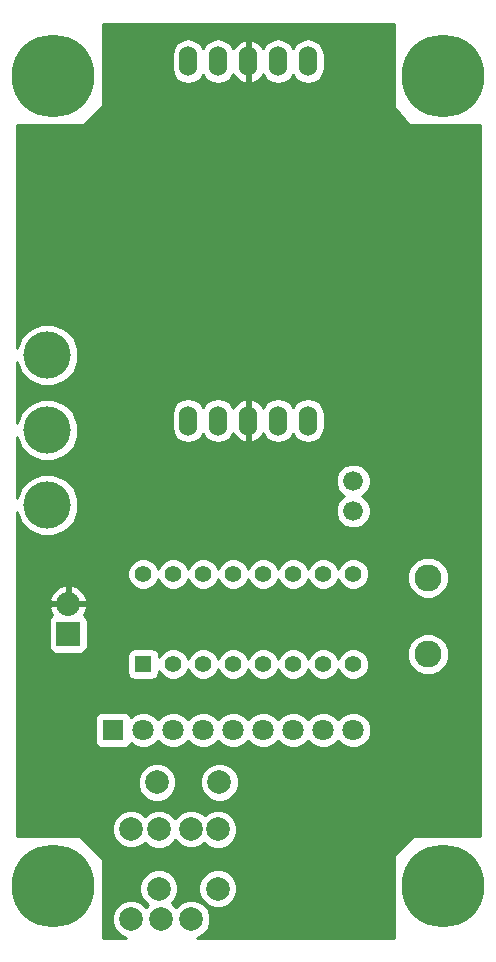
<source format=gbl>
G04 #@! TF.FileFunction,Copper,L2,Bot,Signal*
%FSLAX46Y46*%
G04 Gerber Fmt 4.6, Leading zero omitted, Abs format (unit mm)*
G04 Created by KiCad (PCBNEW 4.0.7-e2-6376~58~ubuntu16.04.1) date Tue Oct  3 14:54:01 2017*
%MOMM*%
%LPD*%
G01*
G04 APERTURE LIST*
%ADD10C,0.050800*%
%ADD11C,2.000000*%
%ADD12O,1.524000X2.540000*%
%ADD13C,7.000000*%
%ADD14R,1.397000X1.397000*%
%ADD15C,1.397000*%
%ADD16R,2.032000X2.032000*%
%ADD17O,2.032000X2.032000*%
%ADD18R,1.800000X1.800000*%
%ADD19C,1.800000*%
%ADD20C,1.676400*%
%ADD21C,4.000000*%
%ADD22C,2.286000*%
%ADD23C,0.254000*%
G04 APERTURE END LIST*
D10*
D11*
X93870000Y-141074000D03*
X99170000Y-141074000D03*
D12*
X96520000Y-110451900D03*
X99060000Y-110451900D03*
X101600000Y-110451900D03*
X104140000Y-110451900D03*
X106680000Y-110451900D03*
X106680000Y-80048100D03*
X104140000Y-80048100D03*
X101600000Y-80048100D03*
X99060000Y-80048100D03*
X96520000Y-80048100D03*
D13*
X118110000Y-81280000D03*
X85090000Y-81280000D03*
X118110000Y-149860000D03*
X85090000Y-149860000D03*
D14*
X92710000Y-131064000D03*
D15*
X95250000Y-131064000D03*
X97790000Y-131064000D03*
X100330000Y-131064000D03*
X102870000Y-131064000D03*
X105410000Y-131064000D03*
X107950000Y-131064000D03*
X110490000Y-131064000D03*
X110490000Y-123444000D03*
X107950000Y-123444000D03*
X105410000Y-123444000D03*
X102870000Y-123444000D03*
X100330000Y-123444000D03*
X97790000Y-123444000D03*
X95250000Y-123444000D03*
X92710000Y-123444000D03*
D16*
X86360000Y-128524000D03*
D17*
X86360000Y-125984000D03*
D18*
X90170000Y-136652000D03*
D19*
X92710000Y-136652000D03*
X95250000Y-136652000D03*
X97790000Y-136652000D03*
X100330000Y-136652000D03*
X102870000Y-136652000D03*
X105410000Y-136652000D03*
X107950000Y-136652000D03*
X110490000Y-136652000D03*
D11*
X94020000Y-150074000D03*
X94020000Y-145074000D03*
X99020000Y-150074000D03*
X99020000Y-145074000D03*
X91694000Y-145034000D03*
X96774000Y-145034000D03*
X96774000Y-152654000D03*
X94234000Y-152654000D03*
X91694000Y-152654000D03*
D20*
X110490000Y-118110000D03*
X110490000Y-115570000D03*
D21*
X84582000Y-111252000D03*
X84582000Y-104902000D03*
X84582000Y-117602000D03*
D22*
X116840000Y-123748800D03*
X116840000Y-130251200D03*
D23*
G36*
X113919000Y-83820000D02*
X113924491Y-83856940D01*
X113948436Y-83901303D01*
X115218436Y-85425303D01*
X115266590Y-85460994D01*
X115316000Y-85471000D01*
X121210000Y-85471000D01*
X121210000Y-145669000D01*
X115570000Y-145669000D01*
X115522211Y-145678334D01*
X115480197Y-145706197D01*
X113956197Y-147230197D01*
X113929006Y-147270590D01*
X113919000Y-147320000D01*
X113919000Y-154230000D01*
X97241273Y-154230000D01*
X97698943Y-154040894D01*
X98159278Y-153581363D01*
X98408716Y-152980648D01*
X98409284Y-152330205D01*
X98160894Y-151729057D01*
X97701363Y-151268722D01*
X97100648Y-151019284D01*
X96450205Y-151018716D01*
X95849057Y-151267106D01*
X95503801Y-151611759D01*
X95161363Y-151268722D01*
X95144476Y-151261710D01*
X95405278Y-151001363D01*
X95654716Y-150400648D01*
X95654718Y-150397795D01*
X97384716Y-150397795D01*
X97633106Y-150998943D01*
X98092637Y-151459278D01*
X98693352Y-151708716D01*
X99343795Y-151709284D01*
X99944943Y-151460894D01*
X100405278Y-151001363D01*
X100654716Y-150400648D01*
X100655284Y-149750205D01*
X100406894Y-149149057D01*
X99947363Y-148688722D01*
X99346648Y-148439284D01*
X98696205Y-148438716D01*
X98095057Y-148687106D01*
X97634722Y-149146637D01*
X97385284Y-149747352D01*
X97384716Y-150397795D01*
X95654718Y-150397795D01*
X95655284Y-149750205D01*
X95406894Y-149149057D01*
X94947363Y-148688722D01*
X94346648Y-148439284D01*
X93696205Y-148438716D01*
X93095057Y-148687106D01*
X92634722Y-149146637D01*
X92385284Y-149747352D01*
X92384716Y-150397795D01*
X92633106Y-150998943D01*
X93092637Y-151459278D01*
X93109524Y-151466290D01*
X92963801Y-151611759D01*
X92621363Y-151268722D01*
X92020648Y-151019284D01*
X91370205Y-151018716D01*
X90769057Y-151267106D01*
X90308722Y-151726637D01*
X90059284Y-152327352D01*
X90058716Y-152977795D01*
X90307106Y-153578943D01*
X90766637Y-154039278D01*
X91225948Y-154230000D01*
X89281000Y-154230000D01*
X89281000Y-147574000D01*
X89271666Y-147526211D01*
X89243803Y-147484197D01*
X87465803Y-145706197D01*
X87425410Y-145679006D01*
X87376000Y-145669000D01*
X81990000Y-145669000D01*
X81990000Y-145357795D01*
X90058716Y-145357795D01*
X90307106Y-145958943D01*
X90766637Y-146419278D01*
X91367352Y-146668716D01*
X92017795Y-146669284D01*
X92618943Y-146420894D01*
X92837012Y-146203206D01*
X93092637Y-146459278D01*
X93693352Y-146708716D01*
X94343795Y-146709284D01*
X94944943Y-146460894D01*
X95405278Y-146001363D01*
X95412379Y-145984261D01*
X95846637Y-146419278D01*
X96447352Y-146668716D01*
X97097795Y-146669284D01*
X97698943Y-146420894D01*
X97876942Y-146243206D01*
X98092637Y-146459278D01*
X98693352Y-146708716D01*
X99343795Y-146709284D01*
X99944943Y-146460894D01*
X100405278Y-146001363D01*
X100654716Y-145400648D01*
X100655284Y-144750205D01*
X100406894Y-144149057D01*
X99947363Y-143688722D01*
X99346648Y-143439284D01*
X98696205Y-143438716D01*
X98095057Y-143687106D01*
X97917058Y-143864794D01*
X97701363Y-143648722D01*
X97100648Y-143399284D01*
X96450205Y-143398716D01*
X95849057Y-143647106D01*
X95388722Y-144106637D01*
X95381621Y-144123739D01*
X94947363Y-143688722D01*
X94346648Y-143439284D01*
X93696205Y-143438716D01*
X93095057Y-143687106D01*
X92876988Y-143904794D01*
X92621363Y-143648722D01*
X92020648Y-143399284D01*
X91370205Y-143398716D01*
X90769057Y-143647106D01*
X90308722Y-144106637D01*
X90059284Y-144707352D01*
X90058716Y-145357795D01*
X81990000Y-145357795D01*
X81990000Y-141397795D01*
X92234716Y-141397795D01*
X92483106Y-141998943D01*
X92942637Y-142459278D01*
X93543352Y-142708716D01*
X94193795Y-142709284D01*
X94794943Y-142460894D01*
X95255278Y-142001363D01*
X95504716Y-141400648D01*
X95504718Y-141397795D01*
X97534716Y-141397795D01*
X97783106Y-141998943D01*
X98242637Y-142459278D01*
X98843352Y-142708716D01*
X99493795Y-142709284D01*
X100094943Y-142460894D01*
X100555278Y-142001363D01*
X100804716Y-141400648D01*
X100805284Y-140750205D01*
X100556894Y-140149057D01*
X100097363Y-139688722D01*
X99496648Y-139439284D01*
X98846205Y-139438716D01*
X98245057Y-139687106D01*
X97784722Y-140146637D01*
X97535284Y-140747352D01*
X97534716Y-141397795D01*
X95504718Y-141397795D01*
X95505284Y-140750205D01*
X95256894Y-140149057D01*
X94797363Y-139688722D01*
X94196648Y-139439284D01*
X93546205Y-139438716D01*
X92945057Y-139687106D01*
X92484722Y-140146637D01*
X92235284Y-140747352D01*
X92234716Y-141397795D01*
X81990000Y-141397795D01*
X81990000Y-135752000D01*
X88622560Y-135752000D01*
X88622560Y-137552000D01*
X88666838Y-137787317D01*
X88805910Y-138003441D01*
X89018110Y-138148431D01*
X89270000Y-138199440D01*
X91070000Y-138199440D01*
X91305317Y-138155162D01*
X91521441Y-138016090D01*
X91666431Y-137803890D01*
X91670567Y-137783466D01*
X91839357Y-137952551D01*
X92403330Y-138186733D01*
X93013991Y-138187265D01*
X93578371Y-137954068D01*
X93980323Y-137552818D01*
X94379357Y-137952551D01*
X94943330Y-138186733D01*
X95553991Y-138187265D01*
X96118371Y-137954068D01*
X96520323Y-137552818D01*
X96919357Y-137952551D01*
X97483330Y-138186733D01*
X98093991Y-138187265D01*
X98658371Y-137954068D01*
X99060323Y-137552818D01*
X99459357Y-137952551D01*
X100023330Y-138186733D01*
X100633991Y-138187265D01*
X101198371Y-137954068D01*
X101600323Y-137552818D01*
X101999357Y-137952551D01*
X102563330Y-138186733D01*
X103173991Y-138187265D01*
X103738371Y-137954068D01*
X104140323Y-137552818D01*
X104539357Y-137952551D01*
X105103330Y-138186733D01*
X105713991Y-138187265D01*
X106278371Y-137954068D01*
X106680323Y-137552818D01*
X107079357Y-137952551D01*
X107643330Y-138186733D01*
X108253991Y-138187265D01*
X108818371Y-137954068D01*
X109220323Y-137552818D01*
X109619357Y-137952551D01*
X110183330Y-138186733D01*
X110793991Y-138187265D01*
X111358371Y-137954068D01*
X111790551Y-137522643D01*
X112024733Y-136958670D01*
X112025265Y-136348009D01*
X111792068Y-135783629D01*
X111360643Y-135351449D01*
X110796670Y-135117267D01*
X110186009Y-135116735D01*
X109621629Y-135349932D01*
X109219677Y-135751182D01*
X108820643Y-135351449D01*
X108256670Y-135117267D01*
X107646009Y-135116735D01*
X107081629Y-135349932D01*
X106679677Y-135751182D01*
X106280643Y-135351449D01*
X105716670Y-135117267D01*
X105106009Y-135116735D01*
X104541629Y-135349932D01*
X104139677Y-135751182D01*
X103740643Y-135351449D01*
X103176670Y-135117267D01*
X102566009Y-135116735D01*
X102001629Y-135349932D01*
X101599677Y-135751182D01*
X101200643Y-135351449D01*
X100636670Y-135117267D01*
X100026009Y-135116735D01*
X99461629Y-135349932D01*
X99059677Y-135751182D01*
X98660643Y-135351449D01*
X98096670Y-135117267D01*
X97486009Y-135116735D01*
X96921629Y-135349932D01*
X96519677Y-135751182D01*
X96120643Y-135351449D01*
X95556670Y-135117267D01*
X94946009Y-135116735D01*
X94381629Y-135349932D01*
X93979677Y-135751182D01*
X93580643Y-135351449D01*
X93016670Y-135117267D01*
X92406009Y-135116735D01*
X91841629Y-135349932D01*
X91673387Y-135517880D01*
X91673162Y-135516683D01*
X91534090Y-135300559D01*
X91321890Y-135155569D01*
X91070000Y-135104560D01*
X89270000Y-135104560D01*
X89034683Y-135148838D01*
X88818559Y-135287910D01*
X88673569Y-135500110D01*
X88622560Y-135752000D01*
X81990000Y-135752000D01*
X81990000Y-130365500D01*
X91364060Y-130365500D01*
X91364060Y-131762500D01*
X91408338Y-131997817D01*
X91547410Y-132213941D01*
X91759610Y-132358931D01*
X92011500Y-132409940D01*
X93408500Y-132409940D01*
X93643817Y-132365662D01*
X93859941Y-132226590D01*
X94004931Y-132014390D01*
X94055940Y-131762500D01*
X94055940Y-131666116D01*
X94118854Y-131818380D01*
X94493647Y-132193827D01*
X94983587Y-132397268D01*
X95514086Y-132397731D01*
X96004380Y-132195146D01*
X96379827Y-131820353D01*
X96520094Y-131482554D01*
X96658854Y-131818380D01*
X97033647Y-132193827D01*
X97523587Y-132397268D01*
X98054086Y-132397731D01*
X98544380Y-132195146D01*
X98919827Y-131820353D01*
X99060094Y-131482554D01*
X99198854Y-131818380D01*
X99573647Y-132193827D01*
X100063587Y-132397268D01*
X100594086Y-132397731D01*
X101084380Y-132195146D01*
X101459827Y-131820353D01*
X101600094Y-131482554D01*
X101738854Y-131818380D01*
X102113647Y-132193827D01*
X102603587Y-132397268D01*
X103134086Y-132397731D01*
X103624380Y-132195146D01*
X103999827Y-131820353D01*
X104140094Y-131482554D01*
X104278854Y-131818380D01*
X104653647Y-132193827D01*
X105143587Y-132397268D01*
X105674086Y-132397731D01*
X106164380Y-132195146D01*
X106539827Y-131820353D01*
X106680094Y-131482554D01*
X106818854Y-131818380D01*
X107193647Y-132193827D01*
X107683587Y-132397268D01*
X108214086Y-132397731D01*
X108704380Y-132195146D01*
X109079827Y-131820353D01*
X109220094Y-131482554D01*
X109358854Y-131818380D01*
X109733647Y-132193827D01*
X110223587Y-132397268D01*
X110754086Y-132397731D01*
X111244380Y-132195146D01*
X111619827Y-131820353D01*
X111823268Y-131330413D01*
X111823731Y-130799914D01*
X111742498Y-130603314D01*
X115061692Y-130603314D01*
X115331806Y-131257040D01*
X115831529Y-131757636D01*
X116484782Y-132028891D01*
X117192114Y-132029508D01*
X117845840Y-131759394D01*
X118346436Y-131259671D01*
X118617691Y-130606418D01*
X118618308Y-129899086D01*
X118348194Y-129245360D01*
X117848471Y-128744764D01*
X117195218Y-128473509D01*
X116487886Y-128472892D01*
X115834160Y-128743006D01*
X115333564Y-129242729D01*
X115062309Y-129895982D01*
X115061692Y-130603314D01*
X111742498Y-130603314D01*
X111621146Y-130309620D01*
X111246353Y-129934173D01*
X110756413Y-129730732D01*
X110225914Y-129730269D01*
X109735620Y-129932854D01*
X109360173Y-130307647D01*
X109219906Y-130645446D01*
X109081146Y-130309620D01*
X108706353Y-129934173D01*
X108216413Y-129730732D01*
X107685914Y-129730269D01*
X107195620Y-129932854D01*
X106820173Y-130307647D01*
X106679906Y-130645446D01*
X106541146Y-130309620D01*
X106166353Y-129934173D01*
X105676413Y-129730732D01*
X105145914Y-129730269D01*
X104655620Y-129932854D01*
X104280173Y-130307647D01*
X104139906Y-130645446D01*
X104001146Y-130309620D01*
X103626353Y-129934173D01*
X103136413Y-129730732D01*
X102605914Y-129730269D01*
X102115620Y-129932854D01*
X101740173Y-130307647D01*
X101599906Y-130645446D01*
X101461146Y-130309620D01*
X101086353Y-129934173D01*
X100596413Y-129730732D01*
X100065914Y-129730269D01*
X99575620Y-129932854D01*
X99200173Y-130307647D01*
X99059906Y-130645446D01*
X98921146Y-130309620D01*
X98546353Y-129934173D01*
X98056413Y-129730732D01*
X97525914Y-129730269D01*
X97035620Y-129932854D01*
X96660173Y-130307647D01*
X96519906Y-130645446D01*
X96381146Y-130309620D01*
X96006353Y-129934173D01*
X95516413Y-129730732D01*
X94985914Y-129730269D01*
X94495620Y-129932854D01*
X94120173Y-130307647D01*
X94055940Y-130462337D01*
X94055940Y-130365500D01*
X94011662Y-130130183D01*
X93872590Y-129914059D01*
X93660390Y-129769069D01*
X93408500Y-129718060D01*
X92011500Y-129718060D01*
X91776183Y-129762338D01*
X91560059Y-129901410D01*
X91415069Y-130113610D01*
X91364060Y-130365500D01*
X81990000Y-130365500D01*
X81990000Y-127508000D01*
X84696560Y-127508000D01*
X84696560Y-129540000D01*
X84740838Y-129775317D01*
X84879910Y-129991441D01*
X85092110Y-130136431D01*
X85344000Y-130187440D01*
X87376000Y-130187440D01*
X87611317Y-130143162D01*
X87827441Y-130004090D01*
X87972431Y-129791890D01*
X88023440Y-129540000D01*
X88023440Y-127508000D01*
X87979162Y-127272683D01*
X87840090Y-127056559D01*
X87693128Y-126956144D01*
X87697188Y-126952379D01*
X87965983Y-126366946D01*
X87847367Y-126111000D01*
X86487000Y-126111000D01*
X86487000Y-126131000D01*
X86233000Y-126131000D01*
X86233000Y-126111000D01*
X84872633Y-126111000D01*
X84754017Y-126366946D01*
X85022812Y-126952379D01*
X85027724Y-126956934D01*
X84892559Y-127043910D01*
X84747569Y-127256110D01*
X84696560Y-127508000D01*
X81990000Y-127508000D01*
X81990000Y-125601054D01*
X84754017Y-125601054D01*
X84872633Y-125857000D01*
X86233000Y-125857000D01*
X86233000Y-124497164D01*
X86487000Y-124497164D01*
X86487000Y-125857000D01*
X87847367Y-125857000D01*
X87965983Y-125601054D01*
X87697188Y-125015621D01*
X87224818Y-124577615D01*
X86742944Y-124378025D01*
X86487000Y-124497164D01*
X86233000Y-124497164D01*
X85977056Y-124378025D01*
X85495182Y-124577615D01*
X85022812Y-125015621D01*
X84754017Y-125601054D01*
X81990000Y-125601054D01*
X81990000Y-123708086D01*
X91376269Y-123708086D01*
X91578854Y-124198380D01*
X91953647Y-124573827D01*
X92443587Y-124777268D01*
X92974086Y-124777731D01*
X93464380Y-124575146D01*
X93839827Y-124200353D01*
X93980094Y-123862554D01*
X94118854Y-124198380D01*
X94493647Y-124573827D01*
X94983587Y-124777268D01*
X95514086Y-124777731D01*
X96004380Y-124575146D01*
X96379827Y-124200353D01*
X96520094Y-123862554D01*
X96658854Y-124198380D01*
X97033647Y-124573827D01*
X97523587Y-124777268D01*
X98054086Y-124777731D01*
X98544380Y-124575146D01*
X98919827Y-124200353D01*
X99060094Y-123862554D01*
X99198854Y-124198380D01*
X99573647Y-124573827D01*
X100063587Y-124777268D01*
X100594086Y-124777731D01*
X101084380Y-124575146D01*
X101459827Y-124200353D01*
X101600094Y-123862554D01*
X101738854Y-124198380D01*
X102113647Y-124573827D01*
X102603587Y-124777268D01*
X103134086Y-124777731D01*
X103624380Y-124575146D01*
X103999827Y-124200353D01*
X104140094Y-123862554D01*
X104278854Y-124198380D01*
X104653647Y-124573827D01*
X105143587Y-124777268D01*
X105674086Y-124777731D01*
X106164380Y-124575146D01*
X106539827Y-124200353D01*
X106680094Y-123862554D01*
X106818854Y-124198380D01*
X107193647Y-124573827D01*
X107683587Y-124777268D01*
X108214086Y-124777731D01*
X108704380Y-124575146D01*
X109079827Y-124200353D01*
X109220094Y-123862554D01*
X109358854Y-124198380D01*
X109733647Y-124573827D01*
X110223587Y-124777268D01*
X110754086Y-124777731D01*
X111244380Y-124575146D01*
X111619827Y-124200353D01*
X111661117Y-124100914D01*
X115061692Y-124100914D01*
X115331806Y-124754640D01*
X115831529Y-125255236D01*
X116484782Y-125526491D01*
X117192114Y-125527108D01*
X117845840Y-125256994D01*
X118346436Y-124757271D01*
X118617691Y-124104018D01*
X118618308Y-123396686D01*
X118348194Y-122742960D01*
X117848471Y-122242364D01*
X117195218Y-121971109D01*
X116487886Y-121970492D01*
X115834160Y-122240606D01*
X115333564Y-122740329D01*
X115062309Y-123393582D01*
X115061692Y-124100914D01*
X111661117Y-124100914D01*
X111823268Y-123710413D01*
X111823731Y-123179914D01*
X111621146Y-122689620D01*
X111246353Y-122314173D01*
X110756413Y-122110732D01*
X110225914Y-122110269D01*
X109735620Y-122312854D01*
X109360173Y-122687647D01*
X109219906Y-123025446D01*
X109081146Y-122689620D01*
X108706353Y-122314173D01*
X108216413Y-122110732D01*
X107685914Y-122110269D01*
X107195620Y-122312854D01*
X106820173Y-122687647D01*
X106679906Y-123025446D01*
X106541146Y-122689620D01*
X106166353Y-122314173D01*
X105676413Y-122110732D01*
X105145914Y-122110269D01*
X104655620Y-122312854D01*
X104280173Y-122687647D01*
X104139906Y-123025446D01*
X104001146Y-122689620D01*
X103626353Y-122314173D01*
X103136413Y-122110732D01*
X102605914Y-122110269D01*
X102115620Y-122312854D01*
X101740173Y-122687647D01*
X101599906Y-123025446D01*
X101461146Y-122689620D01*
X101086353Y-122314173D01*
X100596413Y-122110732D01*
X100065914Y-122110269D01*
X99575620Y-122312854D01*
X99200173Y-122687647D01*
X99059906Y-123025446D01*
X98921146Y-122689620D01*
X98546353Y-122314173D01*
X98056413Y-122110732D01*
X97525914Y-122110269D01*
X97035620Y-122312854D01*
X96660173Y-122687647D01*
X96519906Y-123025446D01*
X96381146Y-122689620D01*
X96006353Y-122314173D01*
X95516413Y-122110732D01*
X94985914Y-122110269D01*
X94495620Y-122312854D01*
X94120173Y-122687647D01*
X93979906Y-123025446D01*
X93841146Y-122689620D01*
X93466353Y-122314173D01*
X92976413Y-122110732D01*
X92445914Y-122110269D01*
X91955620Y-122312854D01*
X91580173Y-122687647D01*
X91376732Y-123177587D01*
X91376269Y-123708086D01*
X81990000Y-123708086D01*
X81990000Y-118229008D01*
X82346853Y-119092658D01*
X83087443Y-119834542D01*
X84055567Y-120236542D01*
X85103834Y-120237457D01*
X86072658Y-119837147D01*
X86814542Y-119096557D01*
X87216542Y-118128433D01*
X87217457Y-117080166D01*
X86817147Y-116111342D01*
X86567993Y-115861752D01*
X109016545Y-115861752D01*
X109240353Y-116403411D01*
X109654409Y-116818190D01*
X109706392Y-116839775D01*
X109656589Y-116860353D01*
X109241810Y-117274409D01*
X109017056Y-117815677D01*
X109016545Y-118401752D01*
X109240353Y-118943411D01*
X109654409Y-119358190D01*
X110195677Y-119582944D01*
X110781752Y-119583455D01*
X111323411Y-119359647D01*
X111738190Y-118945591D01*
X111962944Y-118404323D01*
X111963455Y-117818248D01*
X111739647Y-117276589D01*
X111325591Y-116861810D01*
X111273608Y-116840225D01*
X111323411Y-116819647D01*
X111738190Y-116405591D01*
X111962944Y-115864323D01*
X111963455Y-115278248D01*
X111739647Y-114736589D01*
X111325591Y-114321810D01*
X110784323Y-114097056D01*
X110198248Y-114096545D01*
X109656589Y-114320353D01*
X109241810Y-114734409D01*
X109017056Y-115275677D01*
X109016545Y-115861752D01*
X86567993Y-115861752D01*
X86076557Y-115369458D01*
X85108433Y-114967458D01*
X84060166Y-114966543D01*
X83091342Y-115366853D01*
X82349458Y-116107443D01*
X81990000Y-116973114D01*
X81990000Y-111879008D01*
X82346853Y-112742658D01*
X83087443Y-113484542D01*
X84055567Y-113886542D01*
X85103834Y-113887457D01*
X86072658Y-113487147D01*
X86814542Y-112746557D01*
X87216542Y-111778433D01*
X87217457Y-110730166D01*
X86877158Y-109906579D01*
X95123000Y-109906579D01*
X95123000Y-110997221D01*
X95229340Y-111531830D01*
X95532172Y-111985049D01*
X95985391Y-112287881D01*
X96520000Y-112394221D01*
X97054609Y-112287881D01*
X97507828Y-111985049D01*
X97790000Y-111562750D01*
X98072172Y-111985049D01*
X98525391Y-112287881D01*
X99060000Y-112394221D01*
X99594609Y-112287881D01*
X100047828Y-111985049D01*
X100339330Y-111548787D01*
X100357941Y-111611841D01*
X100701974Y-112037530D01*
X101182723Y-112299160D01*
X101256930Y-112314120D01*
X101473000Y-112191620D01*
X101473000Y-110578900D01*
X101453000Y-110578900D01*
X101453000Y-110324900D01*
X101473000Y-110324900D01*
X101473000Y-108712180D01*
X101727000Y-108712180D01*
X101727000Y-110324900D01*
X101747000Y-110324900D01*
X101747000Y-110578900D01*
X101727000Y-110578900D01*
X101727000Y-112191620D01*
X101943070Y-112314120D01*
X102017277Y-112299160D01*
X102498026Y-112037530D01*
X102842059Y-111611841D01*
X102860670Y-111548787D01*
X103152172Y-111985049D01*
X103605391Y-112287881D01*
X104140000Y-112394221D01*
X104674609Y-112287881D01*
X105127828Y-111985049D01*
X105410000Y-111562750D01*
X105692172Y-111985049D01*
X106145391Y-112287881D01*
X106680000Y-112394221D01*
X107214609Y-112287881D01*
X107667828Y-111985049D01*
X107970660Y-111531830D01*
X108077000Y-110997221D01*
X108077000Y-109906579D01*
X107970660Y-109371970D01*
X107667828Y-108918751D01*
X107214609Y-108615919D01*
X106680000Y-108509579D01*
X106145391Y-108615919D01*
X105692172Y-108918751D01*
X105410000Y-109341050D01*
X105127828Y-108918751D01*
X104674609Y-108615919D01*
X104140000Y-108509579D01*
X103605391Y-108615919D01*
X103152172Y-108918751D01*
X102860670Y-109355013D01*
X102842059Y-109291959D01*
X102498026Y-108866270D01*
X102017277Y-108604640D01*
X101943070Y-108589680D01*
X101727000Y-108712180D01*
X101473000Y-108712180D01*
X101256930Y-108589680D01*
X101182723Y-108604640D01*
X100701974Y-108866270D01*
X100357941Y-109291959D01*
X100339330Y-109355013D01*
X100047828Y-108918751D01*
X99594609Y-108615919D01*
X99060000Y-108509579D01*
X98525391Y-108615919D01*
X98072172Y-108918751D01*
X97790000Y-109341050D01*
X97507828Y-108918751D01*
X97054609Y-108615919D01*
X96520000Y-108509579D01*
X95985391Y-108615919D01*
X95532172Y-108918751D01*
X95229340Y-109371970D01*
X95123000Y-109906579D01*
X86877158Y-109906579D01*
X86817147Y-109761342D01*
X86076557Y-109019458D01*
X85108433Y-108617458D01*
X84060166Y-108616543D01*
X83091342Y-109016853D01*
X82349458Y-109757443D01*
X81990000Y-110623114D01*
X81990000Y-105529008D01*
X82346853Y-106392658D01*
X83087443Y-107134542D01*
X84055567Y-107536542D01*
X85103834Y-107537457D01*
X86072658Y-107137147D01*
X86814542Y-106396557D01*
X87216542Y-105428433D01*
X87217457Y-104380166D01*
X86817147Y-103411342D01*
X86076557Y-102669458D01*
X85108433Y-102267458D01*
X84060166Y-102266543D01*
X83091342Y-102666853D01*
X82349458Y-103407443D01*
X81990000Y-104273114D01*
X81990000Y-85471000D01*
X87630000Y-85471000D01*
X87677789Y-85461666D01*
X87719803Y-85433803D01*
X89243803Y-83909803D01*
X89270994Y-83869410D01*
X89281000Y-83820000D01*
X89281000Y-79502779D01*
X95123000Y-79502779D01*
X95123000Y-80593421D01*
X95229340Y-81128030D01*
X95532172Y-81581249D01*
X95985391Y-81884081D01*
X96520000Y-81990421D01*
X97054609Y-81884081D01*
X97507828Y-81581249D01*
X97790000Y-81158950D01*
X98072172Y-81581249D01*
X98525391Y-81884081D01*
X99060000Y-81990421D01*
X99594609Y-81884081D01*
X100047828Y-81581249D01*
X100339330Y-81144987D01*
X100357941Y-81208041D01*
X100701974Y-81633730D01*
X101182723Y-81895360D01*
X101256930Y-81910320D01*
X101473000Y-81787820D01*
X101473000Y-80175100D01*
X101453000Y-80175100D01*
X101453000Y-79921100D01*
X101473000Y-79921100D01*
X101473000Y-78308380D01*
X101727000Y-78308380D01*
X101727000Y-79921100D01*
X101747000Y-79921100D01*
X101747000Y-80175100D01*
X101727000Y-80175100D01*
X101727000Y-81787820D01*
X101943070Y-81910320D01*
X102017277Y-81895360D01*
X102498026Y-81633730D01*
X102842059Y-81208041D01*
X102860670Y-81144987D01*
X103152172Y-81581249D01*
X103605391Y-81884081D01*
X104140000Y-81990421D01*
X104674609Y-81884081D01*
X105127828Y-81581249D01*
X105410000Y-81158950D01*
X105692172Y-81581249D01*
X106145391Y-81884081D01*
X106680000Y-81990421D01*
X107214609Y-81884081D01*
X107667828Y-81581249D01*
X107970660Y-81128030D01*
X108077000Y-80593421D01*
X108077000Y-79502779D01*
X107970660Y-78968170D01*
X107667828Y-78514951D01*
X107214609Y-78212119D01*
X106680000Y-78105779D01*
X106145391Y-78212119D01*
X105692172Y-78514951D01*
X105410000Y-78937250D01*
X105127828Y-78514951D01*
X104674609Y-78212119D01*
X104140000Y-78105779D01*
X103605391Y-78212119D01*
X103152172Y-78514951D01*
X102860670Y-78951213D01*
X102842059Y-78888159D01*
X102498026Y-78462470D01*
X102017277Y-78200840D01*
X101943070Y-78185880D01*
X101727000Y-78308380D01*
X101473000Y-78308380D01*
X101256930Y-78185880D01*
X101182723Y-78200840D01*
X100701974Y-78462470D01*
X100357941Y-78888159D01*
X100339330Y-78951213D01*
X100047828Y-78514951D01*
X99594609Y-78212119D01*
X99060000Y-78105779D01*
X98525391Y-78212119D01*
X98072172Y-78514951D01*
X97790000Y-78937250D01*
X97507828Y-78514951D01*
X97054609Y-78212119D01*
X96520000Y-78105779D01*
X95985391Y-78212119D01*
X95532172Y-78514951D01*
X95229340Y-78968170D01*
X95123000Y-79502779D01*
X89281000Y-79502779D01*
X89281000Y-76910000D01*
X113919000Y-76910000D01*
X113919000Y-83820000D01*
X113919000Y-83820000D01*
G37*
X113919000Y-83820000D02*
X113924491Y-83856940D01*
X113948436Y-83901303D01*
X115218436Y-85425303D01*
X115266590Y-85460994D01*
X115316000Y-85471000D01*
X121210000Y-85471000D01*
X121210000Y-145669000D01*
X115570000Y-145669000D01*
X115522211Y-145678334D01*
X115480197Y-145706197D01*
X113956197Y-147230197D01*
X113929006Y-147270590D01*
X113919000Y-147320000D01*
X113919000Y-154230000D01*
X97241273Y-154230000D01*
X97698943Y-154040894D01*
X98159278Y-153581363D01*
X98408716Y-152980648D01*
X98409284Y-152330205D01*
X98160894Y-151729057D01*
X97701363Y-151268722D01*
X97100648Y-151019284D01*
X96450205Y-151018716D01*
X95849057Y-151267106D01*
X95503801Y-151611759D01*
X95161363Y-151268722D01*
X95144476Y-151261710D01*
X95405278Y-151001363D01*
X95654716Y-150400648D01*
X95654718Y-150397795D01*
X97384716Y-150397795D01*
X97633106Y-150998943D01*
X98092637Y-151459278D01*
X98693352Y-151708716D01*
X99343795Y-151709284D01*
X99944943Y-151460894D01*
X100405278Y-151001363D01*
X100654716Y-150400648D01*
X100655284Y-149750205D01*
X100406894Y-149149057D01*
X99947363Y-148688722D01*
X99346648Y-148439284D01*
X98696205Y-148438716D01*
X98095057Y-148687106D01*
X97634722Y-149146637D01*
X97385284Y-149747352D01*
X97384716Y-150397795D01*
X95654718Y-150397795D01*
X95655284Y-149750205D01*
X95406894Y-149149057D01*
X94947363Y-148688722D01*
X94346648Y-148439284D01*
X93696205Y-148438716D01*
X93095057Y-148687106D01*
X92634722Y-149146637D01*
X92385284Y-149747352D01*
X92384716Y-150397795D01*
X92633106Y-150998943D01*
X93092637Y-151459278D01*
X93109524Y-151466290D01*
X92963801Y-151611759D01*
X92621363Y-151268722D01*
X92020648Y-151019284D01*
X91370205Y-151018716D01*
X90769057Y-151267106D01*
X90308722Y-151726637D01*
X90059284Y-152327352D01*
X90058716Y-152977795D01*
X90307106Y-153578943D01*
X90766637Y-154039278D01*
X91225948Y-154230000D01*
X89281000Y-154230000D01*
X89281000Y-147574000D01*
X89271666Y-147526211D01*
X89243803Y-147484197D01*
X87465803Y-145706197D01*
X87425410Y-145679006D01*
X87376000Y-145669000D01*
X81990000Y-145669000D01*
X81990000Y-145357795D01*
X90058716Y-145357795D01*
X90307106Y-145958943D01*
X90766637Y-146419278D01*
X91367352Y-146668716D01*
X92017795Y-146669284D01*
X92618943Y-146420894D01*
X92837012Y-146203206D01*
X93092637Y-146459278D01*
X93693352Y-146708716D01*
X94343795Y-146709284D01*
X94944943Y-146460894D01*
X95405278Y-146001363D01*
X95412379Y-145984261D01*
X95846637Y-146419278D01*
X96447352Y-146668716D01*
X97097795Y-146669284D01*
X97698943Y-146420894D01*
X97876942Y-146243206D01*
X98092637Y-146459278D01*
X98693352Y-146708716D01*
X99343795Y-146709284D01*
X99944943Y-146460894D01*
X100405278Y-146001363D01*
X100654716Y-145400648D01*
X100655284Y-144750205D01*
X100406894Y-144149057D01*
X99947363Y-143688722D01*
X99346648Y-143439284D01*
X98696205Y-143438716D01*
X98095057Y-143687106D01*
X97917058Y-143864794D01*
X97701363Y-143648722D01*
X97100648Y-143399284D01*
X96450205Y-143398716D01*
X95849057Y-143647106D01*
X95388722Y-144106637D01*
X95381621Y-144123739D01*
X94947363Y-143688722D01*
X94346648Y-143439284D01*
X93696205Y-143438716D01*
X93095057Y-143687106D01*
X92876988Y-143904794D01*
X92621363Y-143648722D01*
X92020648Y-143399284D01*
X91370205Y-143398716D01*
X90769057Y-143647106D01*
X90308722Y-144106637D01*
X90059284Y-144707352D01*
X90058716Y-145357795D01*
X81990000Y-145357795D01*
X81990000Y-141397795D01*
X92234716Y-141397795D01*
X92483106Y-141998943D01*
X92942637Y-142459278D01*
X93543352Y-142708716D01*
X94193795Y-142709284D01*
X94794943Y-142460894D01*
X95255278Y-142001363D01*
X95504716Y-141400648D01*
X95504718Y-141397795D01*
X97534716Y-141397795D01*
X97783106Y-141998943D01*
X98242637Y-142459278D01*
X98843352Y-142708716D01*
X99493795Y-142709284D01*
X100094943Y-142460894D01*
X100555278Y-142001363D01*
X100804716Y-141400648D01*
X100805284Y-140750205D01*
X100556894Y-140149057D01*
X100097363Y-139688722D01*
X99496648Y-139439284D01*
X98846205Y-139438716D01*
X98245057Y-139687106D01*
X97784722Y-140146637D01*
X97535284Y-140747352D01*
X97534716Y-141397795D01*
X95504718Y-141397795D01*
X95505284Y-140750205D01*
X95256894Y-140149057D01*
X94797363Y-139688722D01*
X94196648Y-139439284D01*
X93546205Y-139438716D01*
X92945057Y-139687106D01*
X92484722Y-140146637D01*
X92235284Y-140747352D01*
X92234716Y-141397795D01*
X81990000Y-141397795D01*
X81990000Y-135752000D01*
X88622560Y-135752000D01*
X88622560Y-137552000D01*
X88666838Y-137787317D01*
X88805910Y-138003441D01*
X89018110Y-138148431D01*
X89270000Y-138199440D01*
X91070000Y-138199440D01*
X91305317Y-138155162D01*
X91521441Y-138016090D01*
X91666431Y-137803890D01*
X91670567Y-137783466D01*
X91839357Y-137952551D01*
X92403330Y-138186733D01*
X93013991Y-138187265D01*
X93578371Y-137954068D01*
X93980323Y-137552818D01*
X94379357Y-137952551D01*
X94943330Y-138186733D01*
X95553991Y-138187265D01*
X96118371Y-137954068D01*
X96520323Y-137552818D01*
X96919357Y-137952551D01*
X97483330Y-138186733D01*
X98093991Y-138187265D01*
X98658371Y-137954068D01*
X99060323Y-137552818D01*
X99459357Y-137952551D01*
X100023330Y-138186733D01*
X100633991Y-138187265D01*
X101198371Y-137954068D01*
X101600323Y-137552818D01*
X101999357Y-137952551D01*
X102563330Y-138186733D01*
X103173991Y-138187265D01*
X103738371Y-137954068D01*
X104140323Y-137552818D01*
X104539357Y-137952551D01*
X105103330Y-138186733D01*
X105713991Y-138187265D01*
X106278371Y-137954068D01*
X106680323Y-137552818D01*
X107079357Y-137952551D01*
X107643330Y-138186733D01*
X108253991Y-138187265D01*
X108818371Y-137954068D01*
X109220323Y-137552818D01*
X109619357Y-137952551D01*
X110183330Y-138186733D01*
X110793991Y-138187265D01*
X111358371Y-137954068D01*
X111790551Y-137522643D01*
X112024733Y-136958670D01*
X112025265Y-136348009D01*
X111792068Y-135783629D01*
X111360643Y-135351449D01*
X110796670Y-135117267D01*
X110186009Y-135116735D01*
X109621629Y-135349932D01*
X109219677Y-135751182D01*
X108820643Y-135351449D01*
X108256670Y-135117267D01*
X107646009Y-135116735D01*
X107081629Y-135349932D01*
X106679677Y-135751182D01*
X106280643Y-135351449D01*
X105716670Y-135117267D01*
X105106009Y-135116735D01*
X104541629Y-135349932D01*
X104139677Y-135751182D01*
X103740643Y-135351449D01*
X103176670Y-135117267D01*
X102566009Y-135116735D01*
X102001629Y-135349932D01*
X101599677Y-135751182D01*
X101200643Y-135351449D01*
X100636670Y-135117267D01*
X100026009Y-135116735D01*
X99461629Y-135349932D01*
X99059677Y-135751182D01*
X98660643Y-135351449D01*
X98096670Y-135117267D01*
X97486009Y-135116735D01*
X96921629Y-135349932D01*
X96519677Y-135751182D01*
X96120643Y-135351449D01*
X95556670Y-135117267D01*
X94946009Y-135116735D01*
X94381629Y-135349932D01*
X93979677Y-135751182D01*
X93580643Y-135351449D01*
X93016670Y-135117267D01*
X92406009Y-135116735D01*
X91841629Y-135349932D01*
X91673387Y-135517880D01*
X91673162Y-135516683D01*
X91534090Y-135300559D01*
X91321890Y-135155569D01*
X91070000Y-135104560D01*
X89270000Y-135104560D01*
X89034683Y-135148838D01*
X88818559Y-135287910D01*
X88673569Y-135500110D01*
X88622560Y-135752000D01*
X81990000Y-135752000D01*
X81990000Y-130365500D01*
X91364060Y-130365500D01*
X91364060Y-131762500D01*
X91408338Y-131997817D01*
X91547410Y-132213941D01*
X91759610Y-132358931D01*
X92011500Y-132409940D01*
X93408500Y-132409940D01*
X93643817Y-132365662D01*
X93859941Y-132226590D01*
X94004931Y-132014390D01*
X94055940Y-131762500D01*
X94055940Y-131666116D01*
X94118854Y-131818380D01*
X94493647Y-132193827D01*
X94983587Y-132397268D01*
X95514086Y-132397731D01*
X96004380Y-132195146D01*
X96379827Y-131820353D01*
X96520094Y-131482554D01*
X96658854Y-131818380D01*
X97033647Y-132193827D01*
X97523587Y-132397268D01*
X98054086Y-132397731D01*
X98544380Y-132195146D01*
X98919827Y-131820353D01*
X99060094Y-131482554D01*
X99198854Y-131818380D01*
X99573647Y-132193827D01*
X100063587Y-132397268D01*
X100594086Y-132397731D01*
X101084380Y-132195146D01*
X101459827Y-131820353D01*
X101600094Y-131482554D01*
X101738854Y-131818380D01*
X102113647Y-132193827D01*
X102603587Y-132397268D01*
X103134086Y-132397731D01*
X103624380Y-132195146D01*
X103999827Y-131820353D01*
X104140094Y-131482554D01*
X104278854Y-131818380D01*
X104653647Y-132193827D01*
X105143587Y-132397268D01*
X105674086Y-132397731D01*
X106164380Y-132195146D01*
X106539827Y-131820353D01*
X106680094Y-131482554D01*
X106818854Y-131818380D01*
X107193647Y-132193827D01*
X107683587Y-132397268D01*
X108214086Y-132397731D01*
X108704380Y-132195146D01*
X109079827Y-131820353D01*
X109220094Y-131482554D01*
X109358854Y-131818380D01*
X109733647Y-132193827D01*
X110223587Y-132397268D01*
X110754086Y-132397731D01*
X111244380Y-132195146D01*
X111619827Y-131820353D01*
X111823268Y-131330413D01*
X111823731Y-130799914D01*
X111742498Y-130603314D01*
X115061692Y-130603314D01*
X115331806Y-131257040D01*
X115831529Y-131757636D01*
X116484782Y-132028891D01*
X117192114Y-132029508D01*
X117845840Y-131759394D01*
X118346436Y-131259671D01*
X118617691Y-130606418D01*
X118618308Y-129899086D01*
X118348194Y-129245360D01*
X117848471Y-128744764D01*
X117195218Y-128473509D01*
X116487886Y-128472892D01*
X115834160Y-128743006D01*
X115333564Y-129242729D01*
X115062309Y-129895982D01*
X115061692Y-130603314D01*
X111742498Y-130603314D01*
X111621146Y-130309620D01*
X111246353Y-129934173D01*
X110756413Y-129730732D01*
X110225914Y-129730269D01*
X109735620Y-129932854D01*
X109360173Y-130307647D01*
X109219906Y-130645446D01*
X109081146Y-130309620D01*
X108706353Y-129934173D01*
X108216413Y-129730732D01*
X107685914Y-129730269D01*
X107195620Y-129932854D01*
X106820173Y-130307647D01*
X106679906Y-130645446D01*
X106541146Y-130309620D01*
X106166353Y-129934173D01*
X105676413Y-129730732D01*
X105145914Y-129730269D01*
X104655620Y-129932854D01*
X104280173Y-130307647D01*
X104139906Y-130645446D01*
X104001146Y-130309620D01*
X103626353Y-129934173D01*
X103136413Y-129730732D01*
X102605914Y-129730269D01*
X102115620Y-129932854D01*
X101740173Y-130307647D01*
X101599906Y-130645446D01*
X101461146Y-130309620D01*
X101086353Y-129934173D01*
X100596413Y-129730732D01*
X100065914Y-129730269D01*
X99575620Y-129932854D01*
X99200173Y-130307647D01*
X99059906Y-130645446D01*
X98921146Y-130309620D01*
X98546353Y-129934173D01*
X98056413Y-129730732D01*
X97525914Y-129730269D01*
X97035620Y-129932854D01*
X96660173Y-130307647D01*
X96519906Y-130645446D01*
X96381146Y-130309620D01*
X96006353Y-129934173D01*
X95516413Y-129730732D01*
X94985914Y-129730269D01*
X94495620Y-129932854D01*
X94120173Y-130307647D01*
X94055940Y-130462337D01*
X94055940Y-130365500D01*
X94011662Y-130130183D01*
X93872590Y-129914059D01*
X93660390Y-129769069D01*
X93408500Y-129718060D01*
X92011500Y-129718060D01*
X91776183Y-129762338D01*
X91560059Y-129901410D01*
X91415069Y-130113610D01*
X91364060Y-130365500D01*
X81990000Y-130365500D01*
X81990000Y-127508000D01*
X84696560Y-127508000D01*
X84696560Y-129540000D01*
X84740838Y-129775317D01*
X84879910Y-129991441D01*
X85092110Y-130136431D01*
X85344000Y-130187440D01*
X87376000Y-130187440D01*
X87611317Y-130143162D01*
X87827441Y-130004090D01*
X87972431Y-129791890D01*
X88023440Y-129540000D01*
X88023440Y-127508000D01*
X87979162Y-127272683D01*
X87840090Y-127056559D01*
X87693128Y-126956144D01*
X87697188Y-126952379D01*
X87965983Y-126366946D01*
X87847367Y-126111000D01*
X86487000Y-126111000D01*
X86487000Y-126131000D01*
X86233000Y-126131000D01*
X86233000Y-126111000D01*
X84872633Y-126111000D01*
X84754017Y-126366946D01*
X85022812Y-126952379D01*
X85027724Y-126956934D01*
X84892559Y-127043910D01*
X84747569Y-127256110D01*
X84696560Y-127508000D01*
X81990000Y-127508000D01*
X81990000Y-125601054D01*
X84754017Y-125601054D01*
X84872633Y-125857000D01*
X86233000Y-125857000D01*
X86233000Y-124497164D01*
X86487000Y-124497164D01*
X86487000Y-125857000D01*
X87847367Y-125857000D01*
X87965983Y-125601054D01*
X87697188Y-125015621D01*
X87224818Y-124577615D01*
X86742944Y-124378025D01*
X86487000Y-124497164D01*
X86233000Y-124497164D01*
X85977056Y-124378025D01*
X85495182Y-124577615D01*
X85022812Y-125015621D01*
X84754017Y-125601054D01*
X81990000Y-125601054D01*
X81990000Y-123708086D01*
X91376269Y-123708086D01*
X91578854Y-124198380D01*
X91953647Y-124573827D01*
X92443587Y-124777268D01*
X92974086Y-124777731D01*
X93464380Y-124575146D01*
X93839827Y-124200353D01*
X93980094Y-123862554D01*
X94118854Y-124198380D01*
X94493647Y-124573827D01*
X94983587Y-124777268D01*
X95514086Y-124777731D01*
X96004380Y-124575146D01*
X96379827Y-124200353D01*
X96520094Y-123862554D01*
X96658854Y-124198380D01*
X97033647Y-124573827D01*
X97523587Y-124777268D01*
X98054086Y-124777731D01*
X98544380Y-124575146D01*
X98919827Y-124200353D01*
X99060094Y-123862554D01*
X99198854Y-124198380D01*
X99573647Y-124573827D01*
X100063587Y-124777268D01*
X100594086Y-124777731D01*
X101084380Y-124575146D01*
X101459827Y-124200353D01*
X101600094Y-123862554D01*
X101738854Y-124198380D01*
X102113647Y-124573827D01*
X102603587Y-124777268D01*
X103134086Y-124777731D01*
X103624380Y-124575146D01*
X103999827Y-124200353D01*
X104140094Y-123862554D01*
X104278854Y-124198380D01*
X104653647Y-124573827D01*
X105143587Y-124777268D01*
X105674086Y-124777731D01*
X106164380Y-124575146D01*
X106539827Y-124200353D01*
X106680094Y-123862554D01*
X106818854Y-124198380D01*
X107193647Y-124573827D01*
X107683587Y-124777268D01*
X108214086Y-124777731D01*
X108704380Y-124575146D01*
X109079827Y-124200353D01*
X109220094Y-123862554D01*
X109358854Y-124198380D01*
X109733647Y-124573827D01*
X110223587Y-124777268D01*
X110754086Y-124777731D01*
X111244380Y-124575146D01*
X111619827Y-124200353D01*
X111661117Y-124100914D01*
X115061692Y-124100914D01*
X115331806Y-124754640D01*
X115831529Y-125255236D01*
X116484782Y-125526491D01*
X117192114Y-125527108D01*
X117845840Y-125256994D01*
X118346436Y-124757271D01*
X118617691Y-124104018D01*
X118618308Y-123396686D01*
X118348194Y-122742960D01*
X117848471Y-122242364D01*
X117195218Y-121971109D01*
X116487886Y-121970492D01*
X115834160Y-122240606D01*
X115333564Y-122740329D01*
X115062309Y-123393582D01*
X115061692Y-124100914D01*
X111661117Y-124100914D01*
X111823268Y-123710413D01*
X111823731Y-123179914D01*
X111621146Y-122689620D01*
X111246353Y-122314173D01*
X110756413Y-122110732D01*
X110225914Y-122110269D01*
X109735620Y-122312854D01*
X109360173Y-122687647D01*
X109219906Y-123025446D01*
X109081146Y-122689620D01*
X108706353Y-122314173D01*
X108216413Y-122110732D01*
X107685914Y-122110269D01*
X107195620Y-122312854D01*
X106820173Y-122687647D01*
X106679906Y-123025446D01*
X106541146Y-122689620D01*
X106166353Y-122314173D01*
X105676413Y-122110732D01*
X105145914Y-122110269D01*
X104655620Y-122312854D01*
X104280173Y-122687647D01*
X104139906Y-123025446D01*
X104001146Y-122689620D01*
X103626353Y-122314173D01*
X103136413Y-122110732D01*
X102605914Y-122110269D01*
X102115620Y-122312854D01*
X101740173Y-122687647D01*
X101599906Y-123025446D01*
X101461146Y-122689620D01*
X101086353Y-122314173D01*
X100596413Y-122110732D01*
X100065914Y-122110269D01*
X99575620Y-122312854D01*
X99200173Y-122687647D01*
X99059906Y-123025446D01*
X98921146Y-122689620D01*
X98546353Y-122314173D01*
X98056413Y-122110732D01*
X97525914Y-122110269D01*
X97035620Y-122312854D01*
X96660173Y-122687647D01*
X96519906Y-123025446D01*
X96381146Y-122689620D01*
X96006353Y-122314173D01*
X95516413Y-122110732D01*
X94985914Y-122110269D01*
X94495620Y-122312854D01*
X94120173Y-122687647D01*
X93979906Y-123025446D01*
X93841146Y-122689620D01*
X93466353Y-122314173D01*
X92976413Y-122110732D01*
X92445914Y-122110269D01*
X91955620Y-122312854D01*
X91580173Y-122687647D01*
X91376732Y-123177587D01*
X91376269Y-123708086D01*
X81990000Y-123708086D01*
X81990000Y-118229008D01*
X82346853Y-119092658D01*
X83087443Y-119834542D01*
X84055567Y-120236542D01*
X85103834Y-120237457D01*
X86072658Y-119837147D01*
X86814542Y-119096557D01*
X87216542Y-118128433D01*
X87217457Y-117080166D01*
X86817147Y-116111342D01*
X86567993Y-115861752D01*
X109016545Y-115861752D01*
X109240353Y-116403411D01*
X109654409Y-116818190D01*
X109706392Y-116839775D01*
X109656589Y-116860353D01*
X109241810Y-117274409D01*
X109017056Y-117815677D01*
X109016545Y-118401752D01*
X109240353Y-118943411D01*
X109654409Y-119358190D01*
X110195677Y-119582944D01*
X110781752Y-119583455D01*
X111323411Y-119359647D01*
X111738190Y-118945591D01*
X111962944Y-118404323D01*
X111963455Y-117818248D01*
X111739647Y-117276589D01*
X111325591Y-116861810D01*
X111273608Y-116840225D01*
X111323411Y-116819647D01*
X111738190Y-116405591D01*
X111962944Y-115864323D01*
X111963455Y-115278248D01*
X111739647Y-114736589D01*
X111325591Y-114321810D01*
X110784323Y-114097056D01*
X110198248Y-114096545D01*
X109656589Y-114320353D01*
X109241810Y-114734409D01*
X109017056Y-115275677D01*
X109016545Y-115861752D01*
X86567993Y-115861752D01*
X86076557Y-115369458D01*
X85108433Y-114967458D01*
X84060166Y-114966543D01*
X83091342Y-115366853D01*
X82349458Y-116107443D01*
X81990000Y-116973114D01*
X81990000Y-111879008D01*
X82346853Y-112742658D01*
X83087443Y-113484542D01*
X84055567Y-113886542D01*
X85103834Y-113887457D01*
X86072658Y-113487147D01*
X86814542Y-112746557D01*
X87216542Y-111778433D01*
X87217457Y-110730166D01*
X86877158Y-109906579D01*
X95123000Y-109906579D01*
X95123000Y-110997221D01*
X95229340Y-111531830D01*
X95532172Y-111985049D01*
X95985391Y-112287881D01*
X96520000Y-112394221D01*
X97054609Y-112287881D01*
X97507828Y-111985049D01*
X97790000Y-111562750D01*
X98072172Y-111985049D01*
X98525391Y-112287881D01*
X99060000Y-112394221D01*
X99594609Y-112287881D01*
X100047828Y-111985049D01*
X100339330Y-111548787D01*
X100357941Y-111611841D01*
X100701974Y-112037530D01*
X101182723Y-112299160D01*
X101256930Y-112314120D01*
X101473000Y-112191620D01*
X101473000Y-110578900D01*
X101453000Y-110578900D01*
X101453000Y-110324900D01*
X101473000Y-110324900D01*
X101473000Y-108712180D01*
X101727000Y-108712180D01*
X101727000Y-110324900D01*
X101747000Y-110324900D01*
X101747000Y-110578900D01*
X101727000Y-110578900D01*
X101727000Y-112191620D01*
X101943070Y-112314120D01*
X102017277Y-112299160D01*
X102498026Y-112037530D01*
X102842059Y-111611841D01*
X102860670Y-111548787D01*
X103152172Y-111985049D01*
X103605391Y-112287881D01*
X104140000Y-112394221D01*
X104674609Y-112287881D01*
X105127828Y-111985049D01*
X105410000Y-111562750D01*
X105692172Y-111985049D01*
X106145391Y-112287881D01*
X106680000Y-112394221D01*
X107214609Y-112287881D01*
X107667828Y-111985049D01*
X107970660Y-111531830D01*
X108077000Y-110997221D01*
X108077000Y-109906579D01*
X107970660Y-109371970D01*
X107667828Y-108918751D01*
X107214609Y-108615919D01*
X106680000Y-108509579D01*
X106145391Y-108615919D01*
X105692172Y-108918751D01*
X105410000Y-109341050D01*
X105127828Y-108918751D01*
X104674609Y-108615919D01*
X104140000Y-108509579D01*
X103605391Y-108615919D01*
X103152172Y-108918751D01*
X102860670Y-109355013D01*
X102842059Y-109291959D01*
X102498026Y-108866270D01*
X102017277Y-108604640D01*
X101943070Y-108589680D01*
X101727000Y-108712180D01*
X101473000Y-108712180D01*
X101256930Y-108589680D01*
X101182723Y-108604640D01*
X100701974Y-108866270D01*
X100357941Y-109291959D01*
X100339330Y-109355013D01*
X100047828Y-108918751D01*
X99594609Y-108615919D01*
X99060000Y-108509579D01*
X98525391Y-108615919D01*
X98072172Y-108918751D01*
X97790000Y-109341050D01*
X97507828Y-108918751D01*
X97054609Y-108615919D01*
X96520000Y-108509579D01*
X95985391Y-108615919D01*
X95532172Y-108918751D01*
X95229340Y-109371970D01*
X95123000Y-109906579D01*
X86877158Y-109906579D01*
X86817147Y-109761342D01*
X86076557Y-109019458D01*
X85108433Y-108617458D01*
X84060166Y-108616543D01*
X83091342Y-109016853D01*
X82349458Y-109757443D01*
X81990000Y-110623114D01*
X81990000Y-105529008D01*
X82346853Y-106392658D01*
X83087443Y-107134542D01*
X84055567Y-107536542D01*
X85103834Y-107537457D01*
X86072658Y-107137147D01*
X86814542Y-106396557D01*
X87216542Y-105428433D01*
X87217457Y-104380166D01*
X86817147Y-103411342D01*
X86076557Y-102669458D01*
X85108433Y-102267458D01*
X84060166Y-102266543D01*
X83091342Y-102666853D01*
X82349458Y-103407443D01*
X81990000Y-104273114D01*
X81990000Y-85471000D01*
X87630000Y-85471000D01*
X87677789Y-85461666D01*
X87719803Y-85433803D01*
X89243803Y-83909803D01*
X89270994Y-83869410D01*
X89281000Y-83820000D01*
X89281000Y-79502779D01*
X95123000Y-79502779D01*
X95123000Y-80593421D01*
X95229340Y-81128030D01*
X95532172Y-81581249D01*
X95985391Y-81884081D01*
X96520000Y-81990421D01*
X97054609Y-81884081D01*
X97507828Y-81581249D01*
X97790000Y-81158950D01*
X98072172Y-81581249D01*
X98525391Y-81884081D01*
X99060000Y-81990421D01*
X99594609Y-81884081D01*
X100047828Y-81581249D01*
X100339330Y-81144987D01*
X100357941Y-81208041D01*
X100701974Y-81633730D01*
X101182723Y-81895360D01*
X101256930Y-81910320D01*
X101473000Y-81787820D01*
X101473000Y-80175100D01*
X101453000Y-80175100D01*
X101453000Y-79921100D01*
X101473000Y-79921100D01*
X101473000Y-78308380D01*
X101727000Y-78308380D01*
X101727000Y-79921100D01*
X101747000Y-79921100D01*
X101747000Y-80175100D01*
X101727000Y-80175100D01*
X101727000Y-81787820D01*
X101943070Y-81910320D01*
X102017277Y-81895360D01*
X102498026Y-81633730D01*
X102842059Y-81208041D01*
X102860670Y-81144987D01*
X103152172Y-81581249D01*
X103605391Y-81884081D01*
X104140000Y-81990421D01*
X104674609Y-81884081D01*
X105127828Y-81581249D01*
X105410000Y-81158950D01*
X105692172Y-81581249D01*
X106145391Y-81884081D01*
X106680000Y-81990421D01*
X107214609Y-81884081D01*
X107667828Y-81581249D01*
X107970660Y-81128030D01*
X108077000Y-80593421D01*
X108077000Y-79502779D01*
X107970660Y-78968170D01*
X107667828Y-78514951D01*
X107214609Y-78212119D01*
X106680000Y-78105779D01*
X106145391Y-78212119D01*
X105692172Y-78514951D01*
X105410000Y-78937250D01*
X105127828Y-78514951D01*
X104674609Y-78212119D01*
X104140000Y-78105779D01*
X103605391Y-78212119D01*
X103152172Y-78514951D01*
X102860670Y-78951213D01*
X102842059Y-78888159D01*
X102498026Y-78462470D01*
X102017277Y-78200840D01*
X101943070Y-78185880D01*
X101727000Y-78308380D01*
X101473000Y-78308380D01*
X101256930Y-78185880D01*
X101182723Y-78200840D01*
X100701974Y-78462470D01*
X100357941Y-78888159D01*
X100339330Y-78951213D01*
X100047828Y-78514951D01*
X99594609Y-78212119D01*
X99060000Y-78105779D01*
X98525391Y-78212119D01*
X98072172Y-78514951D01*
X97790000Y-78937250D01*
X97507828Y-78514951D01*
X97054609Y-78212119D01*
X96520000Y-78105779D01*
X95985391Y-78212119D01*
X95532172Y-78514951D01*
X95229340Y-78968170D01*
X95123000Y-79502779D01*
X89281000Y-79502779D01*
X89281000Y-76910000D01*
X113919000Y-76910000D01*
X113919000Y-83820000D01*
M02*

</source>
